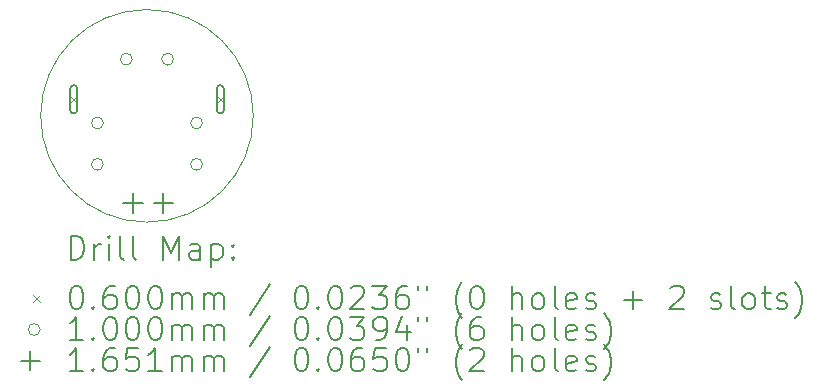
<source format=gbr>
%TF.GenerationSoftware,KiCad,Pcbnew,7.0.7*%
%TF.CreationDate,2024-02-29T18:23:33-07:00*%
%TF.ProjectId,Torpedo Circuit board,546f7270-6564-46f2-9043-697263756974,rev?*%
%TF.SameCoordinates,Original*%
%TF.FileFunction,Drillmap*%
%TF.FilePolarity,Positive*%
%FSLAX45Y45*%
G04 Gerber Fmt 4.5, Leading zero omitted, Abs format (unit mm)*
G04 Created by KiCad (PCBNEW 7.0.7) date 2024-02-29 18:23:33*
%MOMM*%
%LPD*%
G01*
G04 APERTURE LIST*
%ADD10C,0.100000*%
%ADD11C,0.200000*%
%ADD12C,0.060000*%
%ADD13C,0.165100*%
G04 APERTURE END LIST*
D10*
X15350000Y-11210000D02*
G75*
G03*
X15350000Y-11210000I-900000J0D01*
G01*
D11*
D12*
X13800000Y-11040000D02*
X13860000Y-11100000D01*
X13860000Y-11040000D02*
X13800000Y-11100000D01*
D11*
X13860000Y-11160000D02*
X13860000Y-10980000D01*
X13860000Y-10980000D02*
G75*
G03*
X13800000Y-10980000I-30000J0D01*
G01*
X13800000Y-10980000D02*
X13800000Y-11160000D01*
X13800000Y-11160000D02*
G75*
G03*
X13860000Y-11160000I30000J0D01*
G01*
D12*
X15040000Y-11040000D02*
X15100000Y-11100000D01*
X15100000Y-11040000D02*
X15040000Y-11100000D01*
D11*
X15100000Y-11160000D02*
X15100000Y-10980000D01*
X15100000Y-10980000D02*
G75*
G03*
X15040000Y-10980000I-30000J0D01*
G01*
X15040000Y-10980000D02*
X15040000Y-11160000D01*
X15040000Y-11160000D02*
G75*
G03*
X15100000Y-11160000I30000J0D01*
G01*
D10*
X14080000Y-11270000D02*
G75*
G03*
X14080000Y-11270000I-50000J0D01*
G01*
X14080000Y-11620000D02*
G75*
G03*
X14080000Y-11620000I-50000J0D01*
G01*
X14325000Y-10730000D02*
G75*
G03*
X14325000Y-10730000I-50000J0D01*
G01*
X14675000Y-10730000D02*
G75*
G03*
X14675000Y-10730000I-50000J0D01*
G01*
X14920000Y-11270000D02*
G75*
G03*
X14920000Y-11270000I-50000J0D01*
G01*
X14920000Y-11620000D02*
G75*
G03*
X14920000Y-11620000I-50000J0D01*
G01*
D13*
X14330000Y-11867450D02*
X14330000Y-12032550D01*
X14247450Y-11950000D02*
X14412550Y-11950000D01*
X14590000Y-11867450D02*
X14590000Y-12032550D01*
X14507450Y-11950000D02*
X14672550Y-11950000D01*
D11*
X13805777Y-12426484D02*
X13805777Y-12226484D01*
X13805777Y-12226484D02*
X13853396Y-12226484D01*
X13853396Y-12226484D02*
X13881967Y-12236008D01*
X13881967Y-12236008D02*
X13901015Y-12255055D01*
X13901015Y-12255055D02*
X13910539Y-12274103D01*
X13910539Y-12274103D02*
X13920062Y-12312198D01*
X13920062Y-12312198D02*
X13920062Y-12340769D01*
X13920062Y-12340769D02*
X13910539Y-12378865D01*
X13910539Y-12378865D02*
X13901015Y-12397912D01*
X13901015Y-12397912D02*
X13881967Y-12416960D01*
X13881967Y-12416960D02*
X13853396Y-12426484D01*
X13853396Y-12426484D02*
X13805777Y-12426484D01*
X14005777Y-12426484D02*
X14005777Y-12293150D01*
X14005777Y-12331246D02*
X14015301Y-12312198D01*
X14015301Y-12312198D02*
X14024824Y-12302674D01*
X14024824Y-12302674D02*
X14043872Y-12293150D01*
X14043872Y-12293150D02*
X14062920Y-12293150D01*
X14129586Y-12426484D02*
X14129586Y-12293150D01*
X14129586Y-12226484D02*
X14120062Y-12236008D01*
X14120062Y-12236008D02*
X14129586Y-12245531D01*
X14129586Y-12245531D02*
X14139110Y-12236008D01*
X14139110Y-12236008D02*
X14129586Y-12226484D01*
X14129586Y-12226484D02*
X14129586Y-12245531D01*
X14253396Y-12426484D02*
X14234348Y-12416960D01*
X14234348Y-12416960D02*
X14224824Y-12397912D01*
X14224824Y-12397912D02*
X14224824Y-12226484D01*
X14358158Y-12426484D02*
X14339110Y-12416960D01*
X14339110Y-12416960D02*
X14329586Y-12397912D01*
X14329586Y-12397912D02*
X14329586Y-12226484D01*
X14586729Y-12426484D02*
X14586729Y-12226484D01*
X14586729Y-12226484D02*
X14653396Y-12369341D01*
X14653396Y-12369341D02*
X14720062Y-12226484D01*
X14720062Y-12226484D02*
X14720062Y-12426484D01*
X14901015Y-12426484D02*
X14901015Y-12321722D01*
X14901015Y-12321722D02*
X14891491Y-12302674D01*
X14891491Y-12302674D02*
X14872443Y-12293150D01*
X14872443Y-12293150D02*
X14834348Y-12293150D01*
X14834348Y-12293150D02*
X14815301Y-12302674D01*
X14901015Y-12416960D02*
X14881967Y-12426484D01*
X14881967Y-12426484D02*
X14834348Y-12426484D01*
X14834348Y-12426484D02*
X14815301Y-12416960D01*
X14815301Y-12416960D02*
X14805777Y-12397912D01*
X14805777Y-12397912D02*
X14805777Y-12378865D01*
X14805777Y-12378865D02*
X14815301Y-12359817D01*
X14815301Y-12359817D02*
X14834348Y-12350293D01*
X14834348Y-12350293D02*
X14881967Y-12350293D01*
X14881967Y-12350293D02*
X14901015Y-12340769D01*
X14996253Y-12293150D02*
X14996253Y-12493150D01*
X14996253Y-12302674D02*
X15015301Y-12293150D01*
X15015301Y-12293150D02*
X15053396Y-12293150D01*
X15053396Y-12293150D02*
X15072443Y-12302674D01*
X15072443Y-12302674D02*
X15081967Y-12312198D01*
X15081967Y-12312198D02*
X15091491Y-12331246D01*
X15091491Y-12331246D02*
X15091491Y-12388388D01*
X15091491Y-12388388D02*
X15081967Y-12407436D01*
X15081967Y-12407436D02*
X15072443Y-12416960D01*
X15072443Y-12416960D02*
X15053396Y-12426484D01*
X15053396Y-12426484D02*
X15015301Y-12426484D01*
X15015301Y-12426484D02*
X14996253Y-12416960D01*
X15177205Y-12407436D02*
X15186729Y-12416960D01*
X15186729Y-12416960D02*
X15177205Y-12426484D01*
X15177205Y-12426484D02*
X15167682Y-12416960D01*
X15167682Y-12416960D02*
X15177205Y-12407436D01*
X15177205Y-12407436D02*
X15177205Y-12426484D01*
X15177205Y-12302674D02*
X15186729Y-12312198D01*
X15186729Y-12312198D02*
X15177205Y-12321722D01*
X15177205Y-12321722D02*
X15167682Y-12312198D01*
X15167682Y-12312198D02*
X15177205Y-12302674D01*
X15177205Y-12302674D02*
X15177205Y-12321722D01*
D12*
X13485000Y-12725000D02*
X13545000Y-12785000D01*
X13545000Y-12725000D02*
X13485000Y-12785000D01*
D11*
X13843872Y-12646484D02*
X13862920Y-12646484D01*
X13862920Y-12646484D02*
X13881967Y-12656008D01*
X13881967Y-12656008D02*
X13891491Y-12665531D01*
X13891491Y-12665531D02*
X13901015Y-12684579D01*
X13901015Y-12684579D02*
X13910539Y-12722674D01*
X13910539Y-12722674D02*
X13910539Y-12770293D01*
X13910539Y-12770293D02*
X13901015Y-12808388D01*
X13901015Y-12808388D02*
X13891491Y-12827436D01*
X13891491Y-12827436D02*
X13881967Y-12836960D01*
X13881967Y-12836960D02*
X13862920Y-12846484D01*
X13862920Y-12846484D02*
X13843872Y-12846484D01*
X13843872Y-12846484D02*
X13824824Y-12836960D01*
X13824824Y-12836960D02*
X13815301Y-12827436D01*
X13815301Y-12827436D02*
X13805777Y-12808388D01*
X13805777Y-12808388D02*
X13796253Y-12770293D01*
X13796253Y-12770293D02*
X13796253Y-12722674D01*
X13796253Y-12722674D02*
X13805777Y-12684579D01*
X13805777Y-12684579D02*
X13815301Y-12665531D01*
X13815301Y-12665531D02*
X13824824Y-12656008D01*
X13824824Y-12656008D02*
X13843872Y-12646484D01*
X13996253Y-12827436D02*
X14005777Y-12836960D01*
X14005777Y-12836960D02*
X13996253Y-12846484D01*
X13996253Y-12846484D02*
X13986729Y-12836960D01*
X13986729Y-12836960D02*
X13996253Y-12827436D01*
X13996253Y-12827436D02*
X13996253Y-12846484D01*
X14177205Y-12646484D02*
X14139110Y-12646484D01*
X14139110Y-12646484D02*
X14120062Y-12656008D01*
X14120062Y-12656008D02*
X14110539Y-12665531D01*
X14110539Y-12665531D02*
X14091491Y-12694103D01*
X14091491Y-12694103D02*
X14081967Y-12732198D01*
X14081967Y-12732198D02*
X14081967Y-12808388D01*
X14081967Y-12808388D02*
X14091491Y-12827436D01*
X14091491Y-12827436D02*
X14101015Y-12836960D01*
X14101015Y-12836960D02*
X14120062Y-12846484D01*
X14120062Y-12846484D02*
X14158158Y-12846484D01*
X14158158Y-12846484D02*
X14177205Y-12836960D01*
X14177205Y-12836960D02*
X14186729Y-12827436D01*
X14186729Y-12827436D02*
X14196253Y-12808388D01*
X14196253Y-12808388D02*
X14196253Y-12760769D01*
X14196253Y-12760769D02*
X14186729Y-12741722D01*
X14186729Y-12741722D02*
X14177205Y-12732198D01*
X14177205Y-12732198D02*
X14158158Y-12722674D01*
X14158158Y-12722674D02*
X14120062Y-12722674D01*
X14120062Y-12722674D02*
X14101015Y-12732198D01*
X14101015Y-12732198D02*
X14091491Y-12741722D01*
X14091491Y-12741722D02*
X14081967Y-12760769D01*
X14320062Y-12646484D02*
X14339110Y-12646484D01*
X14339110Y-12646484D02*
X14358158Y-12656008D01*
X14358158Y-12656008D02*
X14367682Y-12665531D01*
X14367682Y-12665531D02*
X14377205Y-12684579D01*
X14377205Y-12684579D02*
X14386729Y-12722674D01*
X14386729Y-12722674D02*
X14386729Y-12770293D01*
X14386729Y-12770293D02*
X14377205Y-12808388D01*
X14377205Y-12808388D02*
X14367682Y-12827436D01*
X14367682Y-12827436D02*
X14358158Y-12836960D01*
X14358158Y-12836960D02*
X14339110Y-12846484D01*
X14339110Y-12846484D02*
X14320062Y-12846484D01*
X14320062Y-12846484D02*
X14301015Y-12836960D01*
X14301015Y-12836960D02*
X14291491Y-12827436D01*
X14291491Y-12827436D02*
X14281967Y-12808388D01*
X14281967Y-12808388D02*
X14272443Y-12770293D01*
X14272443Y-12770293D02*
X14272443Y-12722674D01*
X14272443Y-12722674D02*
X14281967Y-12684579D01*
X14281967Y-12684579D02*
X14291491Y-12665531D01*
X14291491Y-12665531D02*
X14301015Y-12656008D01*
X14301015Y-12656008D02*
X14320062Y-12646484D01*
X14510539Y-12646484D02*
X14529586Y-12646484D01*
X14529586Y-12646484D02*
X14548634Y-12656008D01*
X14548634Y-12656008D02*
X14558158Y-12665531D01*
X14558158Y-12665531D02*
X14567682Y-12684579D01*
X14567682Y-12684579D02*
X14577205Y-12722674D01*
X14577205Y-12722674D02*
X14577205Y-12770293D01*
X14577205Y-12770293D02*
X14567682Y-12808388D01*
X14567682Y-12808388D02*
X14558158Y-12827436D01*
X14558158Y-12827436D02*
X14548634Y-12836960D01*
X14548634Y-12836960D02*
X14529586Y-12846484D01*
X14529586Y-12846484D02*
X14510539Y-12846484D01*
X14510539Y-12846484D02*
X14491491Y-12836960D01*
X14491491Y-12836960D02*
X14481967Y-12827436D01*
X14481967Y-12827436D02*
X14472443Y-12808388D01*
X14472443Y-12808388D02*
X14462920Y-12770293D01*
X14462920Y-12770293D02*
X14462920Y-12722674D01*
X14462920Y-12722674D02*
X14472443Y-12684579D01*
X14472443Y-12684579D02*
X14481967Y-12665531D01*
X14481967Y-12665531D02*
X14491491Y-12656008D01*
X14491491Y-12656008D02*
X14510539Y-12646484D01*
X14662920Y-12846484D02*
X14662920Y-12713150D01*
X14662920Y-12732198D02*
X14672443Y-12722674D01*
X14672443Y-12722674D02*
X14691491Y-12713150D01*
X14691491Y-12713150D02*
X14720063Y-12713150D01*
X14720063Y-12713150D02*
X14739110Y-12722674D01*
X14739110Y-12722674D02*
X14748634Y-12741722D01*
X14748634Y-12741722D02*
X14748634Y-12846484D01*
X14748634Y-12741722D02*
X14758158Y-12722674D01*
X14758158Y-12722674D02*
X14777205Y-12713150D01*
X14777205Y-12713150D02*
X14805777Y-12713150D01*
X14805777Y-12713150D02*
X14824824Y-12722674D01*
X14824824Y-12722674D02*
X14834348Y-12741722D01*
X14834348Y-12741722D02*
X14834348Y-12846484D01*
X14929586Y-12846484D02*
X14929586Y-12713150D01*
X14929586Y-12732198D02*
X14939110Y-12722674D01*
X14939110Y-12722674D02*
X14958158Y-12713150D01*
X14958158Y-12713150D02*
X14986729Y-12713150D01*
X14986729Y-12713150D02*
X15005777Y-12722674D01*
X15005777Y-12722674D02*
X15015301Y-12741722D01*
X15015301Y-12741722D02*
X15015301Y-12846484D01*
X15015301Y-12741722D02*
X15024824Y-12722674D01*
X15024824Y-12722674D02*
X15043872Y-12713150D01*
X15043872Y-12713150D02*
X15072443Y-12713150D01*
X15072443Y-12713150D02*
X15091491Y-12722674D01*
X15091491Y-12722674D02*
X15101015Y-12741722D01*
X15101015Y-12741722D02*
X15101015Y-12846484D01*
X15491491Y-12636960D02*
X15320063Y-12894103D01*
X15748634Y-12646484D02*
X15767682Y-12646484D01*
X15767682Y-12646484D02*
X15786729Y-12656008D01*
X15786729Y-12656008D02*
X15796253Y-12665531D01*
X15796253Y-12665531D02*
X15805777Y-12684579D01*
X15805777Y-12684579D02*
X15815301Y-12722674D01*
X15815301Y-12722674D02*
X15815301Y-12770293D01*
X15815301Y-12770293D02*
X15805777Y-12808388D01*
X15805777Y-12808388D02*
X15796253Y-12827436D01*
X15796253Y-12827436D02*
X15786729Y-12836960D01*
X15786729Y-12836960D02*
X15767682Y-12846484D01*
X15767682Y-12846484D02*
X15748634Y-12846484D01*
X15748634Y-12846484D02*
X15729586Y-12836960D01*
X15729586Y-12836960D02*
X15720063Y-12827436D01*
X15720063Y-12827436D02*
X15710539Y-12808388D01*
X15710539Y-12808388D02*
X15701015Y-12770293D01*
X15701015Y-12770293D02*
X15701015Y-12722674D01*
X15701015Y-12722674D02*
X15710539Y-12684579D01*
X15710539Y-12684579D02*
X15720063Y-12665531D01*
X15720063Y-12665531D02*
X15729586Y-12656008D01*
X15729586Y-12656008D02*
X15748634Y-12646484D01*
X15901015Y-12827436D02*
X15910539Y-12836960D01*
X15910539Y-12836960D02*
X15901015Y-12846484D01*
X15901015Y-12846484D02*
X15891491Y-12836960D01*
X15891491Y-12836960D02*
X15901015Y-12827436D01*
X15901015Y-12827436D02*
X15901015Y-12846484D01*
X16034348Y-12646484D02*
X16053396Y-12646484D01*
X16053396Y-12646484D02*
X16072444Y-12656008D01*
X16072444Y-12656008D02*
X16081967Y-12665531D01*
X16081967Y-12665531D02*
X16091491Y-12684579D01*
X16091491Y-12684579D02*
X16101015Y-12722674D01*
X16101015Y-12722674D02*
X16101015Y-12770293D01*
X16101015Y-12770293D02*
X16091491Y-12808388D01*
X16091491Y-12808388D02*
X16081967Y-12827436D01*
X16081967Y-12827436D02*
X16072444Y-12836960D01*
X16072444Y-12836960D02*
X16053396Y-12846484D01*
X16053396Y-12846484D02*
X16034348Y-12846484D01*
X16034348Y-12846484D02*
X16015301Y-12836960D01*
X16015301Y-12836960D02*
X16005777Y-12827436D01*
X16005777Y-12827436D02*
X15996253Y-12808388D01*
X15996253Y-12808388D02*
X15986729Y-12770293D01*
X15986729Y-12770293D02*
X15986729Y-12722674D01*
X15986729Y-12722674D02*
X15996253Y-12684579D01*
X15996253Y-12684579D02*
X16005777Y-12665531D01*
X16005777Y-12665531D02*
X16015301Y-12656008D01*
X16015301Y-12656008D02*
X16034348Y-12646484D01*
X16177206Y-12665531D02*
X16186729Y-12656008D01*
X16186729Y-12656008D02*
X16205777Y-12646484D01*
X16205777Y-12646484D02*
X16253396Y-12646484D01*
X16253396Y-12646484D02*
X16272444Y-12656008D01*
X16272444Y-12656008D02*
X16281967Y-12665531D01*
X16281967Y-12665531D02*
X16291491Y-12684579D01*
X16291491Y-12684579D02*
X16291491Y-12703627D01*
X16291491Y-12703627D02*
X16281967Y-12732198D01*
X16281967Y-12732198D02*
X16167682Y-12846484D01*
X16167682Y-12846484D02*
X16291491Y-12846484D01*
X16358158Y-12646484D02*
X16481967Y-12646484D01*
X16481967Y-12646484D02*
X16415301Y-12722674D01*
X16415301Y-12722674D02*
X16443872Y-12722674D01*
X16443872Y-12722674D02*
X16462920Y-12732198D01*
X16462920Y-12732198D02*
X16472444Y-12741722D01*
X16472444Y-12741722D02*
X16481967Y-12760769D01*
X16481967Y-12760769D02*
X16481967Y-12808388D01*
X16481967Y-12808388D02*
X16472444Y-12827436D01*
X16472444Y-12827436D02*
X16462920Y-12836960D01*
X16462920Y-12836960D02*
X16443872Y-12846484D01*
X16443872Y-12846484D02*
X16386729Y-12846484D01*
X16386729Y-12846484D02*
X16367682Y-12836960D01*
X16367682Y-12836960D02*
X16358158Y-12827436D01*
X16653396Y-12646484D02*
X16615301Y-12646484D01*
X16615301Y-12646484D02*
X16596253Y-12656008D01*
X16596253Y-12656008D02*
X16586729Y-12665531D01*
X16586729Y-12665531D02*
X16567682Y-12694103D01*
X16567682Y-12694103D02*
X16558158Y-12732198D01*
X16558158Y-12732198D02*
X16558158Y-12808388D01*
X16558158Y-12808388D02*
X16567682Y-12827436D01*
X16567682Y-12827436D02*
X16577206Y-12836960D01*
X16577206Y-12836960D02*
X16596253Y-12846484D01*
X16596253Y-12846484D02*
X16634348Y-12846484D01*
X16634348Y-12846484D02*
X16653396Y-12836960D01*
X16653396Y-12836960D02*
X16662920Y-12827436D01*
X16662920Y-12827436D02*
X16672444Y-12808388D01*
X16672444Y-12808388D02*
X16672444Y-12760769D01*
X16672444Y-12760769D02*
X16662920Y-12741722D01*
X16662920Y-12741722D02*
X16653396Y-12732198D01*
X16653396Y-12732198D02*
X16634348Y-12722674D01*
X16634348Y-12722674D02*
X16596253Y-12722674D01*
X16596253Y-12722674D02*
X16577206Y-12732198D01*
X16577206Y-12732198D02*
X16567682Y-12741722D01*
X16567682Y-12741722D02*
X16558158Y-12760769D01*
X16748634Y-12646484D02*
X16748634Y-12684579D01*
X16824825Y-12646484D02*
X16824825Y-12684579D01*
X17120063Y-12922674D02*
X17110539Y-12913150D01*
X17110539Y-12913150D02*
X17091491Y-12884579D01*
X17091491Y-12884579D02*
X17081968Y-12865531D01*
X17081968Y-12865531D02*
X17072444Y-12836960D01*
X17072444Y-12836960D02*
X17062920Y-12789341D01*
X17062920Y-12789341D02*
X17062920Y-12751246D01*
X17062920Y-12751246D02*
X17072444Y-12703627D01*
X17072444Y-12703627D02*
X17081968Y-12675055D01*
X17081968Y-12675055D02*
X17091491Y-12656008D01*
X17091491Y-12656008D02*
X17110539Y-12627436D01*
X17110539Y-12627436D02*
X17120063Y-12617912D01*
X17234349Y-12646484D02*
X17253396Y-12646484D01*
X17253396Y-12646484D02*
X17272444Y-12656008D01*
X17272444Y-12656008D02*
X17281968Y-12665531D01*
X17281968Y-12665531D02*
X17291491Y-12684579D01*
X17291491Y-12684579D02*
X17301015Y-12722674D01*
X17301015Y-12722674D02*
X17301015Y-12770293D01*
X17301015Y-12770293D02*
X17291491Y-12808388D01*
X17291491Y-12808388D02*
X17281968Y-12827436D01*
X17281968Y-12827436D02*
X17272444Y-12836960D01*
X17272444Y-12836960D02*
X17253396Y-12846484D01*
X17253396Y-12846484D02*
X17234349Y-12846484D01*
X17234349Y-12846484D02*
X17215301Y-12836960D01*
X17215301Y-12836960D02*
X17205777Y-12827436D01*
X17205777Y-12827436D02*
X17196253Y-12808388D01*
X17196253Y-12808388D02*
X17186730Y-12770293D01*
X17186730Y-12770293D02*
X17186730Y-12722674D01*
X17186730Y-12722674D02*
X17196253Y-12684579D01*
X17196253Y-12684579D02*
X17205777Y-12665531D01*
X17205777Y-12665531D02*
X17215301Y-12656008D01*
X17215301Y-12656008D02*
X17234349Y-12646484D01*
X17539111Y-12846484D02*
X17539111Y-12646484D01*
X17624825Y-12846484D02*
X17624825Y-12741722D01*
X17624825Y-12741722D02*
X17615301Y-12722674D01*
X17615301Y-12722674D02*
X17596253Y-12713150D01*
X17596253Y-12713150D02*
X17567682Y-12713150D01*
X17567682Y-12713150D02*
X17548634Y-12722674D01*
X17548634Y-12722674D02*
X17539111Y-12732198D01*
X17748634Y-12846484D02*
X17729587Y-12836960D01*
X17729587Y-12836960D02*
X17720063Y-12827436D01*
X17720063Y-12827436D02*
X17710539Y-12808388D01*
X17710539Y-12808388D02*
X17710539Y-12751246D01*
X17710539Y-12751246D02*
X17720063Y-12732198D01*
X17720063Y-12732198D02*
X17729587Y-12722674D01*
X17729587Y-12722674D02*
X17748634Y-12713150D01*
X17748634Y-12713150D02*
X17777206Y-12713150D01*
X17777206Y-12713150D02*
X17796253Y-12722674D01*
X17796253Y-12722674D02*
X17805777Y-12732198D01*
X17805777Y-12732198D02*
X17815301Y-12751246D01*
X17815301Y-12751246D02*
X17815301Y-12808388D01*
X17815301Y-12808388D02*
X17805777Y-12827436D01*
X17805777Y-12827436D02*
X17796253Y-12836960D01*
X17796253Y-12836960D02*
X17777206Y-12846484D01*
X17777206Y-12846484D02*
X17748634Y-12846484D01*
X17929587Y-12846484D02*
X17910539Y-12836960D01*
X17910539Y-12836960D02*
X17901015Y-12817912D01*
X17901015Y-12817912D02*
X17901015Y-12646484D01*
X18081968Y-12836960D02*
X18062920Y-12846484D01*
X18062920Y-12846484D02*
X18024825Y-12846484D01*
X18024825Y-12846484D02*
X18005777Y-12836960D01*
X18005777Y-12836960D02*
X17996253Y-12817912D01*
X17996253Y-12817912D02*
X17996253Y-12741722D01*
X17996253Y-12741722D02*
X18005777Y-12722674D01*
X18005777Y-12722674D02*
X18024825Y-12713150D01*
X18024825Y-12713150D02*
X18062920Y-12713150D01*
X18062920Y-12713150D02*
X18081968Y-12722674D01*
X18081968Y-12722674D02*
X18091492Y-12741722D01*
X18091492Y-12741722D02*
X18091492Y-12760769D01*
X18091492Y-12760769D02*
X17996253Y-12779817D01*
X18167682Y-12836960D02*
X18186730Y-12846484D01*
X18186730Y-12846484D02*
X18224825Y-12846484D01*
X18224825Y-12846484D02*
X18243873Y-12836960D01*
X18243873Y-12836960D02*
X18253396Y-12817912D01*
X18253396Y-12817912D02*
X18253396Y-12808388D01*
X18253396Y-12808388D02*
X18243873Y-12789341D01*
X18243873Y-12789341D02*
X18224825Y-12779817D01*
X18224825Y-12779817D02*
X18196253Y-12779817D01*
X18196253Y-12779817D02*
X18177206Y-12770293D01*
X18177206Y-12770293D02*
X18167682Y-12751246D01*
X18167682Y-12751246D02*
X18167682Y-12741722D01*
X18167682Y-12741722D02*
X18177206Y-12722674D01*
X18177206Y-12722674D02*
X18196253Y-12713150D01*
X18196253Y-12713150D02*
X18224825Y-12713150D01*
X18224825Y-12713150D02*
X18243873Y-12722674D01*
X18491492Y-12770293D02*
X18643873Y-12770293D01*
X18567682Y-12846484D02*
X18567682Y-12694103D01*
X18881968Y-12665531D02*
X18891492Y-12656008D01*
X18891492Y-12656008D02*
X18910539Y-12646484D01*
X18910539Y-12646484D02*
X18958158Y-12646484D01*
X18958158Y-12646484D02*
X18977206Y-12656008D01*
X18977206Y-12656008D02*
X18986730Y-12665531D01*
X18986730Y-12665531D02*
X18996254Y-12684579D01*
X18996254Y-12684579D02*
X18996254Y-12703627D01*
X18996254Y-12703627D02*
X18986730Y-12732198D01*
X18986730Y-12732198D02*
X18872444Y-12846484D01*
X18872444Y-12846484D02*
X18996254Y-12846484D01*
X19224825Y-12836960D02*
X19243873Y-12846484D01*
X19243873Y-12846484D02*
X19281968Y-12846484D01*
X19281968Y-12846484D02*
X19301016Y-12836960D01*
X19301016Y-12836960D02*
X19310539Y-12817912D01*
X19310539Y-12817912D02*
X19310539Y-12808388D01*
X19310539Y-12808388D02*
X19301016Y-12789341D01*
X19301016Y-12789341D02*
X19281968Y-12779817D01*
X19281968Y-12779817D02*
X19253396Y-12779817D01*
X19253396Y-12779817D02*
X19234349Y-12770293D01*
X19234349Y-12770293D02*
X19224825Y-12751246D01*
X19224825Y-12751246D02*
X19224825Y-12741722D01*
X19224825Y-12741722D02*
X19234349Y-12722674D01*
X19234349Y-12722674D02*
X19253396Y-12713150D01*
X19253396Y-12713150D02*
X19281968Y-12713150D01*
X19281968Y-12713150D02*
X19301016Y-12722674D01*
X19424825Y-12846484D02*
X19405777Y-12836960D01*
X19405777Y-12836960D02*
X19396254Y-12817912D01*
X19396254Y-12817912D02*
X19396254Y-12646484D01*
X19529587Y-12846484D02*
X19510539Y-12836960D01*
X19510539Y-12836960D02*
X19501016Y-12827436D01*
X19501016Y-12827436D02*
X19491492Y-12808388D01*
X19491492Y-12808388D02*
X19491492Y-12751246D01*
X19491492Y-12751246D02*
X19501016Y-12732198D01*
X19501016Y-12732198D02*
X19510539Y-12722674D01*
X19510539Y-12722674D02*
X19529587Y-12713150D01*
X19529587Y-12713150D02*
X19558158Y-12713150D01*
X19558158Y-12713150D02*
X19577206Y-12722674D01*
X19577206Y-12722674D02*
X19586730Y-12732198D01*
X19586730Y-12732198D02*
X19596254Y-12751246D01*
X19596254Y-12751246D02*
X19596254Y-12808388D01*
X19596254Y-12808388D02*
X19586730Y-12827436D01*
X19586730Y-12827436D02*
X19577206Y-12836960D01*
X19577206Y-12836960D02*
X19558158Y-12846484D01*
X19558158Y-12846484D02*
X19529587Y-12846484D01*
X19653397Y-12713150D02*
X19729587Y-12713150D01*
X19681968Y-12646484D02*
X19681968Y-12817912D01*
X19681968Y-12817912D02*
X19691492Y-12836960D01*
X19691492Y-12836960D02*
X19710539Y-12846484D01*
X19710539Y-12846484D02*
X19729587Y-12846484D01*
X19786730Y-12836960D02*
X19805777Y-12846484D01*
X19805777Y-12846484D02*
X19843873Y-12846484D01*
X19843873Y-12846484D02*
X19862920Y-12836960D01*
X19862920Y-12836960D02*
X19872444Y-12817912D01*
X19872444Y-12817912D02*
X19872444Y-12808388D01*
X19872444Y-12808388D02*
X19862920Y-12789341D01*
X19862920Y-12789341D02*
X19843873Y-12779817D01*
X19843873Y-12779817D02*
X19815301Y-12779817D01*
X19815301Y-12779817D02*
X19796254Y-12770293D01*
X19796254Y-12770293D02*
X19786730Y-12751246D01*
X19786730Y-12751246D02*
X19786730Y-12741722D01*
X19786730Y-12741722D02*
X19796254Y-12722674D01*
X19796254Y-12722674D02*
X19815301Y-12713150D01*
X19815301Y-12713150D02*
X19843873Y-12713150D01*
X19843873Y-12713150D02*
X19862920Y-12722674D01*
X19939111Y-12922674D02*
X19948635Y-12913150D01*
X19948635Y-12913150D02*
X19967682Y-12884579D01*
X19967682Y-12884579D02*
X19977206Y-12865531D01*
X19977206Y-12865531D02*
X19986730Y-12836960D01*
X19986730Y-12836960D02*
X19996254Y-12789341D01*
X19996254Y-12789341D02*
X19996254Y-12751246D01*
X19996254Y-12751246D02*
X19986730Y-12703627D01*
X19986730Y-12703627D02*
X19977206Y-12675055D01*
X19977206Y-12675055D02*
X19967682Y-12656008D01*
X19967682Y-12656008D02*
X19948635Y-12627436D01*
X19948635Y-12627436D02*
X19939111Y-12617912D01*
D10*
X13545000Y-13019000D02*
G75*
G03*
X13545000Y-13019000I-50000J0D01*
G01*
D11*
X13910539Y-13110484D02*
X13796253Y-13110484D01*
X13853396Y-13110484D02*
X13853396Y-12910484D01*
X13853396Y-12910484D02*
X13834348Y-12939055D01*
X13834348Y-12939055D02*
X13815301Y-12958103D01*
X13815301Y-12958103D02*
X13796253Y-12967627D01*
X13996253Y-13091436D02*
X14005777Y-13100960D01*
X14005777Y-13100960D02*
X13996253Y-13110484D01*
X13996253Y-13110484D02*
X13986729Y-13100960D01*
X13986729Y-13100960D02*
X13996253Y-13091436D01*
X13996253Y-13091436D02*
X13996253Y-13110484D01*
X14129586Y-12910484D02*
X14148634Y-12910484D01*
X14148634Y-12910484D02*
X14167682Y-12920008D01*
X14167682Y-12920008D02*
X14177205Y-12929531D01*
X14177205Y-12929531D02*
X14186729Y-12948579D01*
X14186729Y-12948579D02*
X14196253Y-12986674D01*
X14196253Y-12986674D02*
X14196253Y-13034293D01*
X14196253Y-13034293D02*
X14186729Y-13072388D01*
X14186729Y-13072388D02*
X14177205Y-13091436D01*
X14177205Y-13091436D02*
X14167682Y-13100960D01*
X14167682Y-13100960D02*
X14148634Y-13110484D01*
X14148634Y-13110484D02*
X14129586Y-13110484D01*
X14129586Y-13110484D02*
X14110539Y-13100960D01*
X14110539Y-13100960D02*
X14101015Y-13091436D01*
X14101015Y-13091436D02*
X14091491Y-13072388D01*
X14091491Y-13072388D02*
X14081967Y-13034293D01*
X14081967Y-13034293D02*
X14081967Y-12986674D01*
X14081967Y-12986674D02*
X14091491Y-12948579D01*
X14091491Y-12948579D02*
X14101015Y-12929531D01*
X14101015Y-12929531D02*
X14110539Y-12920008D01*
X14110539Y-12920008D02*
X14129586Y-12910484D01*
X14320062Y-12910484D02*
X14339110Y-12910484D01*
X14339110Y-12910484D02*
X14358158Y-12920008D01*
X14358158Y-12920008D02*
X14367682Y-12929531D01*
X14367682Y-12929531D02*
X14377205Y-12948579D01*
X14377205Y-12948579D02*
X14386729Y-12986674D01*
X14386729Y-12986674D02*
X14386729Y-13034293D01*
X14386729Y-13034293D02*
X14377205Y-13072388D01*
X14377205Y-13072388D02*
X14367682Y-13091436D01*
X14367682Y-13091436D02*
X14358158Y-13100960D01*
X14358158Y-13100960D02*
X14339110Y-13110484D01*
X14339110Y-13110484D02*
X14320062Y-13110484D01*
X14320062Y-13110484D02*
X14301015Y-13100960D01*
X14301015Y-13100960D02*
X14291491Y-13091436D01*
X14291491Y-13091436D02*
X14281967Y-13072388D01*
X14281967Y-13072388D02*
X14272443Y-13034293D01*
X14272443Y-13034293D02*
X14272443Y-12986674D01*
X14272443Y-12986674D02*
X14281967Y-12948579D01*
X14281967Y-12948579D02*
X14291491Y-12929531D01*
X14291491Y-12929531D02*
X14301015Y-12920008D01*
X14301015Y-12920008D02*
X14320062Y-12910484D01*
X14510539Y-12910484D02*
X14529586Y-12910484D01*
X14529586Y-12910484D02*
X14548634Y-12920008D01*
X14548634Y-12920008D02*
X14558158Y-12929531D01*
X14558158Y-12929531D02*
X14567682Y-12948579D01*
X14567682Y-12948579D02*
X14577205Y-12986674D01*
X14577205Y-12986674D02*
X14577205Y-13034293D01*
X14577205Y-13034293D02*
X14567682Y-13072388D01*
X14567682Y-13072388D02*
X14558158Y-13091436D01*
X14558158Y-13091436D02*
X14548634Y-13100960D01*
X14548634Y-13100960D02*
X14529586Y-13110484D01*
X14529586Y-13110484D02*
X14510539Y-13110484D01*
X14510539Y-13110484D02*
X14491491Y-13100960D01*
X14491491Y-13100960D02*
X14481967Y-13091436D01*
X14481967Y-13091436D02*
X14472443Y-13072388D01*
X14472443Y-13072388D02*
X14462920Y-13034293D01*
X14462920Y-13034293D02*
X14462920Y-12986674D01*
X14462920Y-12986674D02*
X14472443Y-12948579D01*
X14472443Y-12948579D02*
X14481967Y-12929531D01*
X14481967Y-12929531D02*
X14491491Y-12920008D01*
X14491491Y-12920008D02*
X14510539Y-12910484D01*
X14662920Y-13110484D02*
X14662920Y-12977150D01*
X14662920Y-12996198D02*
X14672443Y-12986674D01*
X14672443Y-12986674D02*
X14691491Y-12977150D01*
X14691491Y-12977150D02*
X14720063Y-12977150D01*
X14720063Y-12977150D02*
X14739110Y-12986674D01*
X14739110Y-12986674D02*
X14748634Y-13005722D01*
X14748634Y-13005722D02*
X14748634Y-13110484D01*
X14748634Y-13005722D02*
X14758158Y-12986674D01*
X14758158Y-12986674D02*
X14777205Y-12977150D01*
X14777205Y-12977150D02*
X14805777Y-12977150D01*
X14805777Y-12977150D02*
X14824824Y-12986674D01*
X14824824Y-12986674D02*
X14834348Y-13005722D01*
X14834348Y-13005722D02*
X14834348Y-13110484D01*
X14929586Y-13110484D02*
X14929586Y-12977150D01*
X14929586Y-12996198D02*
X14939110Y-12986674D01*
X14939110Y-12986674D02*
X14958158Y-12977150D01*
X14958158Y-12977150D02*
X14986729Y-12977150D01*
X14986729Y-12977150D02*
X15005777Y-12986674D01*
X15005777Y-12986674D02*
X15015301Y-13005722D01*
X15015301Y-13005722D02*
X15015301Y-13110484D01*
X15015301Y-13005722D02*
X15024824Y-12986674D01*
X15024824Y-12986674D02*
X15043872Y-12977150D01*
X15043872Y-12977150D02*
X15072443Y-12977150D01*
X15072443Y-12977150D02*
X15091491Y-12986674D01*
X15091491Y-12986674D02*
X15101015Y-13005722D01*
X15101015Y-13005722D02*
X15101015Y-13110484D01*
X15491491Y-12900960D02*
X15320063Y-13158103D01*
X15748634Y-12910484D02*
X15767682Y-12910484D01*
X15767682Y-12910484D02*
X15786729Y-12920008D01*
X15786729Y-12920008D02*
X15796253Y-12929531D01*
X15796253Y-12929531D02*
X15805777Y-12948579D01*
X15805777Y-12948579D02*
X15815301Y-12986674D01*
X15815301Y-12986674D02*
X15815301Y-13034293D01*
X15815301Y-13034293D02*
X15805777Y-13072388D01*
X15805777Y-13072388D02*
X15796253Y-13091436D01*
X15796253Y-13091436D02*
X15786729Y-13100960D01*
X15786729Y-13100960D02*
X15767682Y-13110484D01*
X15767682Y-13110484D02*
X15748634Y-13110484D01*
X15748634Y-13110484D02*
X15729586Y-13100960D01*
X15729586Y-13100960D02*
X15720063Y-13091436D01*
X15720063Y-13091436D02*
X15710539Y-13072388D01*
X15710539Y-13072388D02*
X15701015Y-13034293D01*
X15701015Y-13034293D02*
X15701015Y-12986674D01*
X15701015Y-12986674D02*
X15710539Y-12948579D01*
X15710539Y-12948579D02*
X15720063Y-12929531D01*
X15720063Y-12929531D02*
X15729586Y-12920008D01*
X15729586Y-12920008D02*
X15748634Y-12910484D01*
X15901015Y-13091436D02*
X15910539Y-13100960D01*
X15910539Y-13100960D02*
X15901015Y-13110484D01*
X15901015Y-13110484D02*
X15891491Y-13100960D01*
X15891491Y-13100960D02*
X15901015Y-13091436D01*
X15901015Y-13091436D02*
X15901015Y-13110484D01*
X16034348Y-12910484D02*
X16053396Y-12910484D01*
X16053396Y-12910484D02*
X16072444Y-12920008D01*
X16072444Y-12920008D02*
X16081967Y-12929531D01*
X16081967Y-12929531D02*
X16091491Y-12948579D01*
X16091491Y-12948579D02*
X16101015Y-12986674D01*
X16101015Y-12986674D02*
X16101015Y-13034293D01*
X16101015Y-13034293D02*
X16091491Y-13072388D01*
X16091491Y-13072388D02*
X16081967Y-13091436D01*
X16081967Y-13091436D02*
X16072444Y-13100960D01*
X16072444Y-13100960D02*
X16053396Y-13110484D01*
X16053396Y-13110484D02*
X16034348Y-13110484D01*
X16034348Y-13110484D02*
X16015301Y-13100960D01*
X16015301Y-13100960D02*
X16005777Y-13091436D01*
X16005777Y-13091436D02*
X15996253Y-13072388D01*
X15996253Y-13072388D02*
X15986729Y-13034293D01*
X15986729Y-13034293D02*
X15986729Y-12986674D01*
X15986729Y-12986674D02*
X15996253Y-12948579D01*
X15996253Y-12948579D02*
X16005777Y-12929531D01*
X16005777Y-12929531D02*
X16015301Y-12920008D01*
X16015301Y-12920008D02*
X16034348Y-12910484D01*
X16167682Y-12910484D02*
X16291491Y-12910484D01*
X16291491Y-12910484D02*
X16224825Y-12986674D01*
X16224825Y-12986674D02*
X16253396Y-12986674D01*
X16253396Y-12986674D02*
X16272444Y-12996198D01*
X16272444Y-12996198D02*
X16281967Y-13005722D01*
X16281967Y-13005722D02*
X16291491Y-13024769D01*
X16291491Y-13024769D02*
X16291491Y-13072388D01*
X16291491Y-13072388D02*
X16281967Y-13091436D01*
X16281967Y-13091436D02*
X16272444Y-13100960D01*
X16272444Y-13100960D02*
X16253396Y-13110484D01*
X16253396Y-13110484D02*
X16196253Y-13110484D01*
X16196253Y-13110484D02*
X16177206Y-13100960D01*
X16177206Y-13100960D02*
X16167682Y-13091436D01*
X16386729Y-13110484D02*
X16424825Y-13110484D01*
X16424825Y-13110484D02*
X16443872Y-13100960D01*
X16443872Y-13100960D02*
X16453396Y-13091436D01*
X16453396Y-13091436D02*
X16472444Y-13062865D01*
X16472444Y-13062865D02*
X16481967Y-13024769D01*
X16481967Y-13024769D02*
X16481967Y-12948579D01*
X16481967Y-12948579D02*
X16472444Y-12929531D01*
X16472444Y-12929531D02*
X16462920Y-12920008D01*
X16462920Y-12920008D02*
X16443872Y-12910484D01*
X16443872Y-12910484D02*
X16405777Y-12910484D01*
X16405777Y-12910484D02*
X16386729Y-12920008D01*
X16386729Y-12920008D02*
X16377206Y-12929531D01*
X16377206Y-12929531D02*
X16367682Y-12948579D01*
X16367682Y-12948579D02*
X16367682Y-12996198D01*
X16367682Y-12996198D02*
X16377206Y-13015246D01*
X16377206Y-13015246D02*
X16386729Y-13024769D01*
X16386729Y-13024769D02*
X16405777Y-13034293D01*
X16405777Y-13034293D02*
X16443872Y-13034293D01*
X16443872Y-13034293D02*
X16462920Y-13024769D01*
X16462920Y-13024769D02*
X16472444Y-13015246D01*
X16472444Y-13015246D02*
X16481967Y-12996198D01*
X16653396Y-12977150D02*
X16653396Y-13110484D01*
X16605777Y-12900960D02*
X16558158Y-13043817D01*
X16558158Y-13043817D02*
X16681967Y-13043817D01*
X16748634Y-12910484D02*
X16748634Y-12948579D01*
X16824825Y-12910484D02*
X16824825Y-12948579D01*
X17120063Y-13186674D02*
X17110539Y-13177150D01*
X17110539Y-13177150D02*
X17091491Y-13148579D01*
X17091491Y-13148579D02*
X17081968Y-13129531D01*
X17081968Y-13129531D02*
X17072444Y-13100960D01*
X17072444Y-13100960D02*
X17062920Y-13053341D01*
X17062920Y-13053341D02*
X17062920Y-13015246D01*
X17062920Y-13015246D02*
X17072444Y-12967627D01*
X17072444Y-12967627D02*
X17081968Y-12939055D01*
X17081968Y-12939055D02*
X17091491Y-12920008D01*
X17091491Y-12920008D02*
X17110539Y-12891436D01*
X17110539Y-12891436D02*
X17120063Y-12881912D01*
X17281968Y-12910484D02*
X17243872Y-12910484D01*
X17243872Y-12910484D02*
X17224825Y-12920008D01*
X17224825Y-12920008D02*
X17215301Y-12929531D01*
X17215301Y-12929531D02*
X17196253Y-12958103D01*
X17196253Y-12958103D02*
X17186730Y-12996198D01*
X17186730Y-12996198D02*
X17186730Y-13072388D01*
X17186730Y-13072388D02*
X17196253Y-13091436D01*
X17196253Y-13091436D02*
X17205777Y-13100960D01*
X17205777Y-13100960D02*
X17224825Y-13110484D01*
X17224825Y-13110484D02*
X17262920Y-13110484D01*
X17262920Y-13110484D02*
X17281968Y-13100960D01*
X17281968Y-13100960D02*
X17291491Y-13091436D01*
X17291491Y-13091436D02*
X17301015Y-13072388D01*
X17301015Y-13072388D02*
X17301015Y-13024769D01*
X17301015Y-13024769D02*
X17291491Y-13005722D01*
X17291491Y-13005722D02*
X17281968Y-12996198D01*
X17281968Y-12996198D02*
X17262920Y-12986674D01*
X17262920Y-12986674D02*
X17224825Y-12986674D01*
X17224825Y-12986674D02*
X17205777Y-12996198D01*
X17205777Y-12996198D02*
X17196253Y-13005722D01*
X17196253Y-13005722D02*
X17186730Y-13024769D01*
X17539111Y-13110484D02*
X17539111Y-12910484D01*
X17624825Y-13110484D02*
X17624825Y-13005722D01*
X17624825Y-13005722D02*
X17615301Y-12986674D01*
X17615301Y-12986674D02*
X17596253Y-12977150D01*
X17596253Y-12977150D02*
X17567682Y-12977150D01*
X17567682Y-12977150D02*
X17548634Y-12986674D01*
X17548634Y-12986674D02*
X17539111Y-12996198D01*
X17748634Y-13110484D02*
X17729587Y-13100960D01*
X17729587Y-13100960D02*
X17720063Y-13091436D01*
X17720063Y-13091436D02*
X17710539Y-13072388D01*
X17710539Y-13072388D02*
X17710539Y-13015246D01*
X17710539Y-13015246D02*
X17720063Y-12996198D01*
X17720063Y-12996198D02*
X17729587Y-12986674D01*
X17729587Y-12986674D02*
X17748634Y-12977150D01*
X17748634Y-12977150D02*
X17777206Y-12977150D01*
X17777206Y-12977150D02*
X17796253Y-12986674D01*
X17796253Y-12986674D02*
X17805777Y-12996198D01*
X17805777Y-12996198D02*
X17815301Y-13015246D01*
X17815301Y-13015246D02*
X17815301Y-13072388D01*
X17815301Y-13072388D02*
X17805777Y-13091436D01*
X17805777Y-13091436D02*
X17796253Y-13100960D01*
X17796253Y-13100960D02*
X17777206Y-13110484D01*
X17777206Y-13110484D02*
X17748634Y-13110484D01*
X17929587Y-13110484D02*
X17910539Y-13100960D01*
X17910539Y-13100960D02*
X17901015Y-13081912D01*
X17901015Y-13081912D02*
X17901015Y-12910484D01*
X18081968Y-13100960D02*
X18062920Y-13110484D01*
X18062920Y-13110484D02*
X18024825Y-13110484D01*
X18024825Y-13110484D02*
X18005777Y-13100960D01*
X18005777Y-13100960D02*
X17996253Y-13081912D01*
X17996253Y-13081912D02*
X17996253Y-13005722D01*
X17996253Y-13005722D02*
X18005777Y-12986674D01*
X18005777Y-12986674D02*
X18024825Y-12977150D01*
X18024825Y-12977150D02*
X18062920Y-12977150D01*
X18062920Y-12977150D02*
X18081968Y-12986674D01*
X18081968Y-12986674D02*
X18091492Y-13005722D01*
X18091492Y-13005722D02*
X18091492Y-13024769D01*
X18091492Y-13024769D02*
X17996253Y-13043817D01*
X18167682Y-13100960D02*
X18186730Y-13110484D01*
X18186730Y-13110484D02*
X18224825Y-13110484D01*
X18224825Y-13110484D02*
X18243873Y-13100960D01*
X18243873Y-13100960D02*
X18253396Y-13081912D01*
X18253396Y-13081912D02*
X18253396Y-13072388D01*
X18253396Y-13072388D02*
X18243873Y-13053341D01*
X18243873Y-13053341D02*
X18224825Y-13043817D01*
X18224825Y-13043817D02*
X18196253Y-13043817D01*
X18196253Y-13043817D02*
X18177206Y-13034293D01*
X18177206Y-13034293D02*
X18167682Y-13015246D01*
X18167682Y-13015246D02*
X18167682Y-13005722D01*
X18167682Y-13005722D02*
X18177206Y-12986674D01*
X18177206Y-12986674D02*
X18196253Y-12977150D01*
X18196253Y-12977150D02*
X18224825Y-12977150D01*
X18224825Y-12977150D02*
X18243873Y-12986674D01*
X18320063Y-13186674D02*
X18329587Y-13177150D01*
X18329587Y-13177150D02*
X18348634Y-13148579D01*
X18348634Y-13148579D02*
X18358158Y-13129531D01*
X18358158Y-13129531D02*
X18367682Y-13100960D01*
X18367682Y-13100960D02*
X18377206Y-13053341D01*
X18377206Y-13053341D02*
X18377206Y-13015246D01*
X18377206Y-13015246D02*
X18367682Y-12967627D01*
X18367682Y-12967627D02*
X18358158Y-12939055D01*
X18358158Y-12939055D02*
X18348634Y-12920008D01*
X18348634Y-12920008D02*
X18329587Y-12891436D01*
X18329587Y-12891436D02*
X18320063Y-12881912D01*
D13*
X13462450Y-13200450D02*
X13462450Y-13365550D01*
X13379900Y-13283000D02*
X13545000Y-13283000D01*
D11*
X13910539Y-13374484D02*
X13796253Y-13374484D01*
X13853396Y-13374484D02*
X13853396Y-13174484D01*
X13853396Y-13174484D02*
X13834348Y-13203055D01*
X13834348Y-13203055D02*
X13815301Y-13222103D01*
X13815301Y-13222103D02*
X13796253Y-13231627D01*
X13996253Y-13355436D02*
X14005777Y-13364960D01*
X14005777Y-13364960D02*
X13996253Y-13374484D01*
X13996253Y-13374484D02*
X13986729Y-13364960D01*
X13986729Y-13364960D02*
X13996253Y-13355436D01*
X13996253Y-13355436D02*
X13996253Y-13374484D01*
X14177205Y-13174484D02*
X14139110Y-13174484D01*
X14139110Y-13174484D02*
X14120062Y-13184008D01*
X14120062Y-13184008D02*
X14110539Y-13193531D01*
X14110539Y-13193531D02*
X14091491Y-13222103D01*
X14091491Y-13222103D02*
X14081967Y-13260198D01*
X14081967Y-13260198D02*
X14081967Y-13336388D01*
X14081967Y-13336388D02*
X14091491Y-13355436D01*
X14091491Y-13355436D02*
X14101015Y-13364960D01*
X14101015Y-13364960D02*
X14120062Y-13374484D01*
X14120062Y-13374484D02*
X14158158Y-13374484D01*
X14158158Y-13374484D02*
X14177205Y-13364960D01*
X14177205Y-13364960D02*
X14186729Y-13355436D01*
X14186729Y-13355436D02*
X14196253Y-13336388D01*
X14196253Y-13336388D02*
X14196253Y-13288769D01*
X14196253Y-13288769D02*
X14186729Y-13269722D01*
X14186729Y-13269722D02*
X14177205Y-13260198D01*
X14177205Y-13260198D02*
X14158158Y-13250674D01*
X14158158Y-13250674D02*
X14120062Y-13250674D01*
X14120062Y-13250674D02*
X14101015Y-13260198D01*
X14101015Y-13260198D02*
X14091491Y-13269722D01*
X14091491Y-13269722D02*
X14081967Y-13288769D01*
X14377205Y-13174484D02*
X14281967Y-13174484D01*
X14281967Y-13174484D02*
X14272443Y-13269722D01*
X14272443Y-13269722D02*
X14281967Y-13260198D01*
X14281967Y-13260198D02*
X14301015Y-13250674D01*
X14301015Y-13250674D02*
X14348634Y-13250674D01*
X14348634Y-13250674D02*
X14367682Y-13260198D01*
X14367682Y-13260198D02*
X14377205Y-13269722D01*
X14377205Y-13269722D02*
X14386729Y-13288769D01*
X14386729Y-13288769D02*
X14386729Y-13336388D01*
X14386729Y-13336388D02*
X14377205Y-13355436D01*
X14377205Y-13355436D02*
X14367682Y-13364960D01*
X14367682Y-13364960D02*
X14348634Y-13374484D01*
X14348634Y-13374484D02*
X14301015Y-13374484D01*
X14301015Y-13374484D02*
X14281967Y-13364960D01*
X14281967Y-13364960D02*
X14272443Y-13355436D01*
X14577205Y-13374484D02*
X14462920Y-13374484D01*
X14520062Y-13374484D02*
X14520062Y-13174484D01*
X14520062Y-13174484D02*
X14501015Y-13203055D01*
X14501015Y-13203055D02*
X14481967Y-13222103D01*
X14481967Y-13222103D02*
X14462920Y-13231627D01*
X14662920Y-13374484D02*
X14662920Y-13241150D01*
X14662920Y-13260198D02*
X14672443Y-13250674D01*
X14672443Y-13250674D02*
X14691491Y-13241150D01*
X14691491Y-13241150D02*
X14720063Y-13241150D01*
X14720063Y-13241150D02*
X14739110Y-13250674D01*
X14739110Y-13250674D02*
X14748634Y-13269722D01*
X14748634Y-13269722D02*
X14748634Y-13374484D01*
X14748634Y-13269722D02*
X14758158Y-13250674D01*
X14758158Y-13250674D02*
X14777205Y-13241150D01*
X14777205Y-13241150D02*
X14805777Y-13241150D01*
X14805777Y-13241150D02*
X14824824Y-13250674D01*
X14824824Y-13250674D02*
X14834348Y-13269722D01*
X14834348Y-13269722D02*
X14834348Y-13374484D01*
X14929586Y-13374484D02*
X14929586Y-13241150D01*
X14929586Y-13260198D02*
X14939110Y-13250674D01*
X14939110Y-13250674D02*
X14958158Y-13241150D01*
X14958158Y-13241150D02*
X14986729Y-13241150D01*
X14986729Y-13241150D02*
X15005777Y-13250674D01*
X15005777Y-13250674D02*
X15015301Y-13269722D01*
X15015301Y-13269722D02*
X15015301Y-13374484D01*
X15015301Y-13269722D02*
X15024824Y-13250674D01*
X15024824Y-13250674D02*
X15043872Y-13241150D01*
X15043872Y-13241150D02*
X15072443Y-13241150D01*
X15072443Y-13241150D02*
X15091491Y-13250674D01*
X15091491Y-13250674D02*
X15101015Y-13269722D01*
X15101015Y-13269722D02*
X15101015Y-13374484D01*
X15491491Y-13164960D02*
X15320063Y-13422103D01*
X15748634Y-13174484D02*
X15767682Y-13174484D01*
X15767682Y-13174484D02*
X15786729Y-13184008D01*
X15786729Y-13184008D02*
X15796253Y-13193531D01*
X15796253Y-13193531D02*
X15805777Y-13212579D01*
X15805777Y-13212579D02*
X15815301Y-13250674D01*
X15815301Y-13250674D02*
X15815301Y-13298293D01*
X15815301Y-13298293D02*
X15805777Y-13336388D01*
X15805777Y-13336388D02*
X15796253Y-13355436D01*
X15796253Y-13355436D02*
X15786729Y-13364960D01*
X15786729Y-13364960D02*
X15767682Y-13374484D01*
X15767682Y-13374484D02*
X15748634Y-13374484D01*
X15748634Y-13374484D02*
X15729586Y-13364960D01*
X15729586Y-13364960D02*
X15720063Y-13355436D01*
X15720063Y-13355436D02*
X15710539Y-13336388D01*
X15710539Y-13336388D02*
X15701015Y-13298293D01*
X15701015Y-13298293D02*
X15701015Y-13250674D01*
X15701015Y-13250674D02*
X15710539Y-13212579D01*
X15710539Y-13212579D02*
X15720063Y-13193531D01*
X15720063Y-13193531D02*
X15729586Y-13184008D01*
X15729586Y-13184008D02*
X15748634Y-13174484D01*
X15901015Y-13355436D02*
X15910539Y-13364960D01*
X15910539Y-13364960D02*
X15901015Y-13374484D01*
X15901015Y-13374484D02*
X15891491Y-13364960D01*
X15891491Y-13364960D02*
X15901015Y-13355436D01*
X15901015Y-13355436D02*
X15901015Y-13374484D01*
X16034348Y-13174484D02*
X16053396Y-13174484D01*
X16053396Y-13174484D02*
X16072444Y-13184008D01*
X16072444Y-13184008D02*
X16081967Y-13193531D01*
X16081967Y-13193531D02*
X16091491Y-13212579D01*
X16091491Y-13212579D02*
X16101015Y-13250674D01*
X16101015Y-13250674D02*
X16101015Y-13298293D01*
X16101015Y-13298293D02*
X16091491Y-13336388D01*
X16091491Y-13336388D02*
X16081967Y-13355436D01*
X16081967Y-13355436D02*
X16072444Y-13364960D01*
X16072444Y-13364960D02*
X16053396Y-13374484D01*
X16053396Y-13374484D02*
X16034348Y-13374484D01*
X16034348Y-13374484D02*
X16015301Y-13364960D01*
X16015301Y-13364960D02*
X16005777Y-13355436D01*
X16005777Y-13355436D02*
X15996253Y-13336388D01*
X15996253Y-13336388D02*
X15986729Y-13298293D01*
X15986729Y-13298293D02*
X15986729Y-13250674D01*
X15986729Y-13250674D02*
X15996253Y-13212579D01*
X15996253Y-13212579D02*
X16005777Y-13193531D01*
X16005777Y-13193531D02*
X16015301Y-13184008D01*
X16015301Y-13184008D02*
X16034348Y-13174484D01*
X16272444Y-13174484D02*
X16234348Y-13174484D01*
X16234348Y-13174484D02*
X16215301Y-13184008D01*
X16215301Y-13184008D02*
X16205777Y-13193531D01*
X16205777Y-13193531D02*
X16186729Y-13222103D01*
X16186729Y-13222103D02*
X16177206Y-13260198D01*
X16177206Y-13260198D02*
X16177206Y-13336388D01*
X16177206Y-13336388D02*
X16186729Y-13355436D01*
X16186729Y-13355436D02*
X16196253Y-13364960D01*
X16196253Y-13364960D02*
X16215301Y-13374484D01*
X16215301Y-13374484D02*
X16253396Y-13374484D01*
X16253396Y-13374484D02*
X16272444Y-13364960D01*
X16272444Y-13364960D02*
X16281967Y-13355436D01*
X16281967Y-13355436D02*
X16291491Y-13336388D01*
X16291491Y-13336388D02*
X16291491Y-13288769D01*
X16291491Y-13288769D02*
X16281967Y-13269722D01*
X16281967Y-13269722D02*
X16272444Y-13260198D01*
X16272444Y-13260198D02*
X16253396Y-13250674D01*
X16253396Y-13250674D02*
X16215301Y-13250674D01*
X16215301Y-13250674D02*
X16196253Y-13260198D01*
X16196253Y-13260198D02*
X16186729Y-13269722D01*
X16186729Y-13269722D02*
X16177206Y-13288769D01*
X16472444Y-13174484D02*
X16377206Y-13174484D01*
X16377206Y-13174484D02*
X16367682Y-13269722D01*
X16367682Y-13269722D02*
X16377206Y-13260198D01*
X16377206Y-13260198D02*
X16396253Y-13250674D01*
X16396253Y-13250674D02*
X16443872Y-13250674D01*
X16443872Y-13250674D02*
X16462920Y-13260198D01*
X16462920Y-13260198D02*
X16472444Y-13269722D01*
X16472444Y-13269722D02*
X16481967Y-13288769D01*
X16481967Y-13288769D02*
X16481967Y-13336388D01*
X16481967Y-13336388D02*
X16472444Y-13355436D01*
X16472444Y-13355436D02*
X16462920Y-13364960D01*
X16462920Y-13364960D02*
X16443872Y-13374484D01*
X16443872Y-13374484D02*
X16396253Y-13374484D01*
X16396253Y-13374484D02*
X16377206Y-13364960D01*
X16377206Y-13364960D02*
X16367682Y-13355436D01*
X16605777Y-13174484D02*
X16624825Y-13174484D01*
X16624825Y-13174484D02*
X16643872Y-13184008D01*
X16643872Y-13184008D02*
X16653396Y-13193531D01*
X16653396Y-13193531D02*
X16662920Y-13212579D01*
X16662920Y-13212579D02*
X16672444Y-13250674D01*
X16672444Y-13250674D02*
X16672444Y-13298293D01*
X16672444Y-13298293D02*
X16662920Y-13336388D01*
X16662920Y-13336388D02*
X16653396Y-13355436D01*
X16653396Y-13355436D02*
X16643872Y-13364960D01*
X16643872Y-13364960D02*
X16624825Y-13374484D01*
X16624825Y-13374484D02*
X16605777Y-13374484D01*
X16605777Y-13374484D02*
X16586729Y-13364960D01*
X16586729Y-13364960D02*
X16577206Y-13355436D01*
X16577206Y-13355436D02*
X16567682Y-13336388D01*
X16567682Y-13336388D02*
X16558158Y-13298293D01*
X16558158Y-13298293D02*
X16558158Y-13250674D01*
X16558158Y-13250674D02*
X16567682Y-13212579D01*
X16567682Y-13212579D02*
X16577206Y-13193531D01*
X16577206Y-13193531D02*
X16586729Y-13184008D01*
X16586729Y-13184008D02*
X16605777Y-13174484D01*
X16748634Y-13174484D02*
X16748634Y-13212579D01*
X16824825Y-13174484D02*
X16824825Y-13212579D01*
X17120063Y-13450674D02*
X17110539Y-13441150D01*
X17110539Y-13441150D02*
X17091491Y-13412579D01*
X17091491Y-13412579D02*
X17081968Y-13393531D01*
X17081968Y-13393531D02*
X17072444Y-13364960D01*
X17072444Y-13364960D02*
X17062920Y-13317341D01*
X17062920Y-13317341D02*
X17062920Y-13279246D01*
X17062920Y-13279246D02*
X17072444Y-13231627D01*
X17072444Y-13231627D02*
X17081968Y-13203055D01*
X17081968Y-13203055D02*
X17091491Y-13184008D01*
X17091491Y-13184008D02*
X17110539Y-13155436D01*
X17110539Y-13155436D02*
X17120063Y-13145912D01*
X17186730Y-13193531D02*
X17196253Y-13184008D01*
X17196253Y-13184008D02*
X17215301Y-13174484D01*
X17215301Y-13174484D02*
X17262920Y-13174484D01*
X17262920Y-13174484D02*
X17281968Y-13184008D01*
X17281968Y-13184008D02*
X17291491Y-13193531D01*
X17291491Y-13193531D02*
X17301015Y-13212579D01*
X17301015Y-13212579D02*
X17301015Y-13231627D01*
X17301015Y-13231627D02*
X17291491Y-13260198D01*
X17291491Y-13260198D02*
X17177206Y-13374484D01*
X17177206Y-13374484D02*
X17301015Y-13374484D01*
X17539111Y-13374484D02*
X17539111Y-13174484D01*
X17624825Y-13374484D02*
X17624825Y-13269722D01*
X17624825Y-13269722D02*
X17615301Y-13250674D01*
X17615301Y-13250674D02*
X17596253Y-13241150D01*
X17596253Y-13241150D02*
X17567682Y-13241150D01*
X17567682Y-13241150D02*
X17548634Y-13250674D01*
X17548634Y-13250674D02*
X17539111Y-13260198D01*
X17748634Y-13374484D02*
X17729587Y-13364960D01*
X17729587Y-13364960D02*
X17720063Y-13355436D01*
X17720063Y-13355436D02*
X17710539Y-13336388D01*
X17710539Y-13336388D02*
X17710539Y-13279246D01*
X17710539Y-13279246D02*
X17720063Y-13260198D01*
X17720063Y-13260198D02*
X17729587Y-13250674D01*
X17729587Y-13250674D02*
X17748634Y-13241150D01*
X17748634Y-13241150D02*
X17777206Y-13241150D01*
X17777206Y-13241150D02*
X17796253Y-13250674D01*
X17796253Y-13250674D02*
X17805777Y-13260198D01*
X17805777Y-13260198D02*
X17815301Y-13279246D01*
X17815301Y-13279246D02*
X17815301Y-13336388D01*
X17815301Y-13336388D02*
X17805777Y-13355436D01*
X17805777Y-13355436D02*
X17796253Y-13364960D01*
X17796253Y-13364960D02*
X17777206Y-13374484D01*
X17777206Y-13374484D02*
X17748634Y-13374484D01*
X17929587Y-13374484D02*
X17910539Y-13364960D01*
X17910539Y-13364960D02*
X17901015Y-13345912D01*
X17901015Y-13345912D02*
X17901015Y-13174484D01*
X18081968Y-13364960D02*
X18062920Y-13374484D01*
X18062920Y-13374484D02*
X18024825Y-13374484D01*
X18024825Y-13374484D02*
X18005777Y-13364960D01*
X18005777Y-13364960D02*
X17996253Y-13345912D01*
X17996253Y-13345912D02*
X17996253Y-13269722D01*
X17996253Y-13269722D02*
X18005777Y-13250674D01*
X18005777Y-13250674D02*
X18024825Y-13241150D01*
X18024825Y-13241150D02*
X18062920Y-13241150D01*
X18062920Y-13241150D02*
X18081968Y-13250674D01*
X18081968Y-13250674D02*
X18091492Y-13269722D01*
X18091492Y-13269722D02*
X18091492Y-13288769D01*
X18091492Y-13288769D02*
X17996253Y-13307817D01*
X18167682Y-13364960D02*
X18186730Y-13374484D01*
X18186730Y-13374484D02*
X18224825Y-13374484D01*
X18224825Y-13374484D02*
X18243873Y-13364960D01*
X18243873Y-13364960D02*
X18253396Y-13345912D01*
X18253396Y-13345912D02*
X18253396Y-13336388D01*
X18253396Y-13336388D02*
X18243873Y-13317341D01*
X18243873Y-13317341D02*
X18224825Y-13307817D01*
X18224825Y-13307817D02*
X18196253Y-13307817D01*
X18196253Y-13307817D02*
X18177206Y-13298293D01*
X18177206Y-13298293D02*
X18167682Y-13279246D01*
X18167682Y-13279246D02*
X18167682Y-13269722D01*
X18167682Y-13269722D02*
X18177206Y-13250674D01*
X18177206Y-13250674D02*
X18196253Y-13241150D01*
X18196253Y-13241150D02*
X18224825Y-13241150D01*
X18224825Y-13241150D02*
X18243873Y-13250674D01*
X18320063Y-13450674D02*
X18329587Y-13441150D01*
X18329587Y-13441150D02*
X18348634Y-13412579D01*
X18348634Y-13412579D02*
X18358158Y-13393531D01*
X18358158Y-13393531D02*
X18367682Y-13364960D01*
X18367682Y-13364960D02*
X18377206Y-13317341D01*
X18377206Y-13317341D02*
X18377206Y-13279246D01*
X18377206Y-13279246D02*
X18367682Y-13231627D01*
X18367682Y-13231627D02*
X18358158Y-13203055D01*
X18358158Y-13203055D02*
X18348634Y-13184008D01*
X18348634Y-13184008D02*
X18329587Y-13155436D01*
X18329587Y-13155436D02*
X18320063Y-13145912D01*
M02*

</source>
